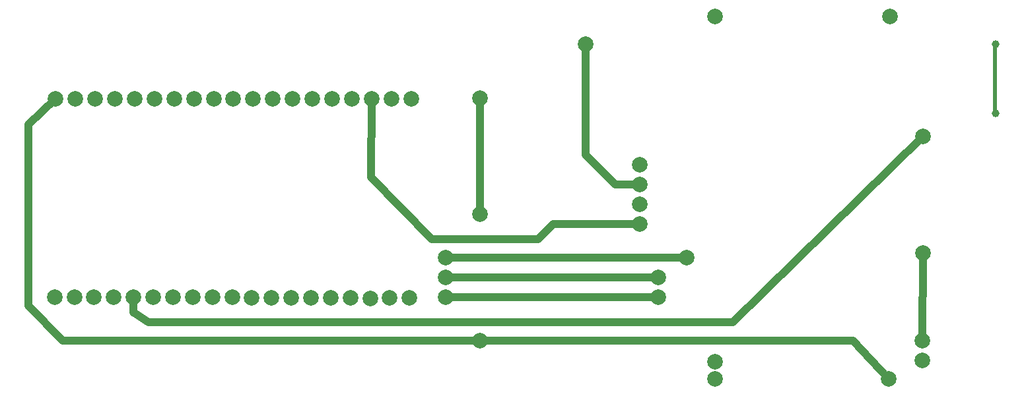
<source format=gbr>
%FSLAX34Y34*%
%MOMM*%
%LNCOPPER_TOP*%
G71*
G01*
%ADD10C, 2.00*%
%ADD11C, 1.00*%
%ADD12C, 1.00*%
%ADD13C, 0.50*%
%LPD*%
X106362Y-376206D02*
G54D10*
D03*
X107950Y-121444D02*
G54D10*
D03*
X131762Y-376206D02*
G54D10*
D03*
X133350Y-121444D02*
G54D10*
D03*
X157162Y-376206D02*
G54D10*
D03*
X158750Y-121444D02*
G54D10*
D03*
X182562Y-376206D02*
G54D10*
D03*
X184150Y-121444D02*
G54D10*
D03*
X207962Y-376206D02*
G54D10*
D03*
X209550Y-121444D02*
G54D10*
D03*
X233362Y-376206D02*
G54D10*
D03*
X234950Y-121444D02*
G54D10*
D03*
X258762Y-376206D02*
G54D10*
D03*
X260350Y-121444D02*
G54D10*
D03*
X284162Y-376206D02*
G54D10*
D03*
X284956Y-121444D02*
G54D10*
D03*
X308769Y-377000D02*
G54D10*
D03*
X310356Y-121444D02*
G54D10*
D03*
X334169Y-377000D02*
G54D10*
D03*
X335756Y-121444D02*
G54D10*
D03*
X359569Y-377000D02*
G54D10*
D03*
X361156Y-121444D02*
G54D10*
D03*
X384969Y-377000D02*
G54D10*
D03*
X386556Y-121444D02*
G54D10*
D03*
X410369Y-377000D02*
G54D10*
D03*
X411956Y-121444D02*
G54D10*
D03*
X435769Y-377000D02*
G54D10*
D03*
X437356Y-121444D02*
G54D10*
D03*
X461169Y-377794D02*
G54D10*
D03*
X462756Y-121444D02*
G54D10*
D03*
X82550Y-121444D02*
G54D10*
D03*
X57150Y-121444D02*
G54D10*
D03*
X488156Y-121444D02*
G54D10*
D03*
X513556Y-121444D02*
G54D10*
D03*
X485775Y-377000D02*
G54D10*
D03*
X511175Y-377000D02*
G54D10*
D03*
X81756Y-376206D02*
G54D10*
D03*
X56356Y-376206D02*
G54D10*
D03*
X806450Y-206375D02*
G54D10*
D03*
X806450Y-231775D02*
G54D10*
D03*
X806450Y-257175D02*
G54D10*
D03*
X806450Y-282575D02*
G54D10*
D03*
G54D11*
X806450Y-282575D02*
X695325Y-282575D01*
X676275Y-301625D01*
X539750Y-301625D01*
X461962Y-222250D01*
X462756Y-121444D01*
G54D11*
X806450Y-231775D02*
X774700Y-231775D01*
X736600Y-193675D01*
X736600Y-50800D01*
X1168400Y-431800D02*
G54D10*
D03*
X1168400Y-457200D02*
G54D10*
D03*
G54D11*
X1168400Y-431800D02*
X1169988Y-320675D01*
X1262994Y-139700D02*
G54D12*
D03*
G54D13*
X1262062Y-50800D02*
X1262062Y-141288D01*
X903288Y-15875D02*
G54D10*
D03*
X1127125Y-15875D02*
G54D10*
D03*
X903287Y-481013D02*
G54D10*
D03*
X1125538Y-481012D02*
G54D10*
D03*
G54D11*
X57150Y-121444D02*
X22225Y-153988D01*
X22225Y-387350D01*
X66675Y-431800D01*
G54D11*
X69850Y-431800D02*
X1079500Y-431800D01*
X1125538Y-481012D01*
X601662Y-431800D02*
G54D10*
D03*
X1262994Y-50800D02*
G54D12*
D03*
X1169331Y-169812D02*
G54D10*
D03*
X1169331Y-319812D02*
G54D10*
D03*
X903287Y-458787D02*
G54D10*
D03*
G54D11*
X157162Y-376238D02*
X157162Y-395288D01*
X176212Y-407988D01*
X925512Y-407988D01*
X1169987Y-169863D01*
X557212Y-376238D02*
G54D10*
D03*
X830262Y-376238D02*
G54D10*
D03*
X830262Y-376238D02*
G54D10*
D03*
G54D11*
X557212Y-376238D02*
X830262Y-376238D01*
X557212Y-325438D02*
G54D10*
D03*
X557212Y-350838D02*
G54D10*
D03*
X830262Y-350838D02*
G54D10*
D03*
X866775Y-325438D02*
G54D10*
D03*
G54D11*
X557212Y-350838D02*
X830262Y-350838D01*
G54D11*
X557212Y-325438D02*
X866775Y-325438D01*
X601662Y-269875D02*
G54D10*
D03*
X601662Y-120650D02*
G54D10*
D03*
G54D11*
X601662Y-120650D02*
X601662Y-269875D01*
X736600Y-50800D02*
G54D10*
D03*
X736600Y-50800D02*
G54D10*
D03*
M02*

</source>
